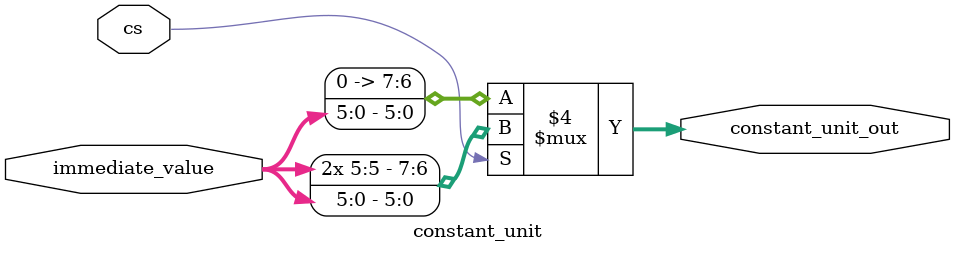
<source format=v>
module constant_unit(
input [5:0] immediate_value,
input cs,
output reg [7:0] constant_unit_out
);
//reg[7:0] constantunit;
//reg[5:0] imm_val
//assign imm_val = immediate_value;
always@(*) begin
if(cs == 1) begin
constant_unit_out = { {2{immediate_value[5]}}, immediate_value};
end else begin
constant_unit_out = { {2{1'b0}}, immediate_value};
end
end
//assign constant_unit_out = constantunit;
endmodule
</source>
